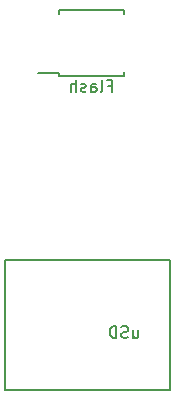
<source format=gbr>
G04 #@! TF.FileFunction,Legend,Bot*
%FSLAX46Y46*%
G04 Gerber Fmt 4.6, Leading zero omitted, Abs format (unit mm)*
G04 Created by KiCad (PCBNEW 4.0.7+dfsg1-1) date Tue Feb 27 20:30:27 2018*
%MOMM*%
%LPD*%
G01*
G04 APERTURE LIST*
%ADD10C,0.100000*%
%ADD11C,0.150000*%
G04 APERTURE END LIST*
D10*
D11*
X163050000Y-139200000D02*
X163050000Y-128200000D01*
X149050000Y-139200000D02*
X163050000Y-139200000D01*
X149050000Y-128200000D02*
X149050000Y-139200000D01*
X150050000Y-128200000D02*
X149050000Y-128200000D01*
X163050000Y-128200000D02*
X150050000Y-128200000D01*
X153620000Y-112610000D02*
X153620000Y-112405000D01*
X159120000Y-112610000D02*
X159120000Y-112310000D01*
X159120000Y-107100000D02*
X159120000Y-107400000D01*
X153620000Y-107100000D02*
X153620000Y-107400000D01*
X153620000Y-112610000D02*
X159120000Y-112610000D01*
X153620000Y-107100000D02*
X159120000Y-107100000D01*
X153620000Y-112405000D02*
X151870000Y-112405000D01*
X159892904Y-134151714D02*
X159892904Y-134818381D01*
X160321476Y-134151714D02*
X160321476Y-134675524D01*
X160273857Y-134770762D01*
X160178619Y-134818381D01*
X160035761Y-134818381D01*
X159940523Y-134770762D01*
X159892904Y-134723143D01*
X159464333Y-134770762D02*
X159321476Y-134818381D01*
X159083380Y-134818381D01*
X158988142Y-134770762D01*
X158940523Y-134723143D01*
X158892904Y-134627905D01*
X158892904Y-134532667D01*
X158940523Y-134437429D01*
X158988142Y-134389810D01*
X159083380Y-134342190D01*
X159273857Y-134294571D01*
X159369095Y-134246952D01*
X159416714Y-134199333D01*
X159464333Y-134104095D01*
X159464333Y-134008857D01*
X159416714Y-133913619D01*
X159369095Y-133866000D01*
X159273857Y-133818381D01*
X159035761Y-133818381D01*
X158892904Y-133866000D01*
X158464333Y-134818381D02*
X158464333Y-133818381D01*
X158226238Y-133818381D01*
X158083380Y-133866000D01*
X157988142Y-133961238D01*
X157940523Y-134056476D01*
X157892904Y-134246952D01*
X157892904Y-134389810D01*
X157940523Y-134580286D01*
X157988142Y-134675524D01*
X158083380Y-134770762D01*
X158226238Y-134818381D01*
X158464333Y-134818381D01*
X157798571Y-113463571D02*
X158131905Y-113463571D01*
X158131905Y-113987381D02*
X158131905Y-112987381D01*
X157655714Y-112987381D01*
X157131905Y-113987381D02*
X157227143Y-113939762D01*
X157274762Y-113844524D01*
X157274762Y-112987381D01*
X156322380Y-113987381D02*
X156322380Y-113463571D01*
X156369999Y-113368333D01*
X156465237Y-113320714D01*
X156655714Y-113320714D01*
X156750952Y-113368333D01*
X156322380Y-113939762D02*
X156417618Y-113987381D01*
X156655714Y-113987381D01*
X156750952Y-113939762D01*
X156798571Y-113844524D01*
X156798571Y-113749286D01*
X156750952Y-113654048D01*
X156655714Y-113606429D01*
X156417618Y-113606429D01*
X156322380Y-113558810D01*
X155893809Y-113939762D02*
X155798571Y-113987381D01*
X155608095Y-113987381D01*
X155512856Y-113939762D01*
X155465237Y-113844524D01*
X155465237Y-113796905D01*
X155512856Y-113701667D01*
X155608095Y-113654048D01*
X155750952Y-113654048D01*
X155846190Y-113606429D01*
X155893809Y-113511190D01*
X155893809Y-113463571D01*
X155846190Y-113368333D01*
X155750952Y-113320714D01*
X155608095Y-113320714D01*
X155512856Y-113368333D01*
X155036666Y-113987381D02*
X155036666Y-112987381D01*
X154608094Y-113987381D02*
X154608094Y-113463571D01*
X154655713Y-113368333D01*
X154750951Y-113320714D01*
X154893809Y-113320714D01*
X154989047Y-113368333D01*
X155036666Y-113415952D01*
M02*

</source>
